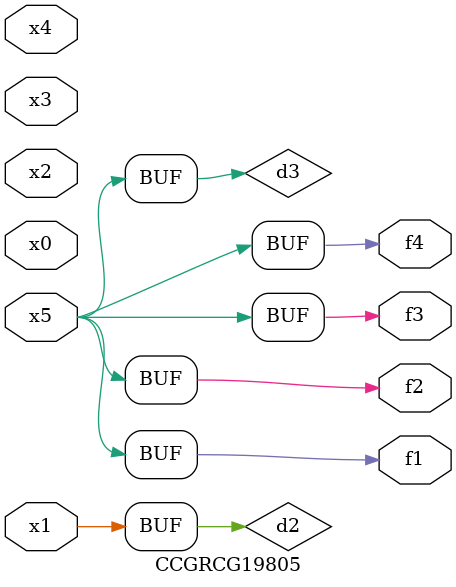
<source format=v>
module CCGRCG19805(
	input x0, x1, x2, x3, x4, x5,
	output f1, f2, f3, f4
);

	wire d1, d2, d3;

	not (d1, x5);
	or (d2, x1);
	xnor (d3, d1);
	assign f1 = d3;
	assign f2 = d3;
	assign f3 = d3;
	assign f4 = d3;
endmodule

</source>
